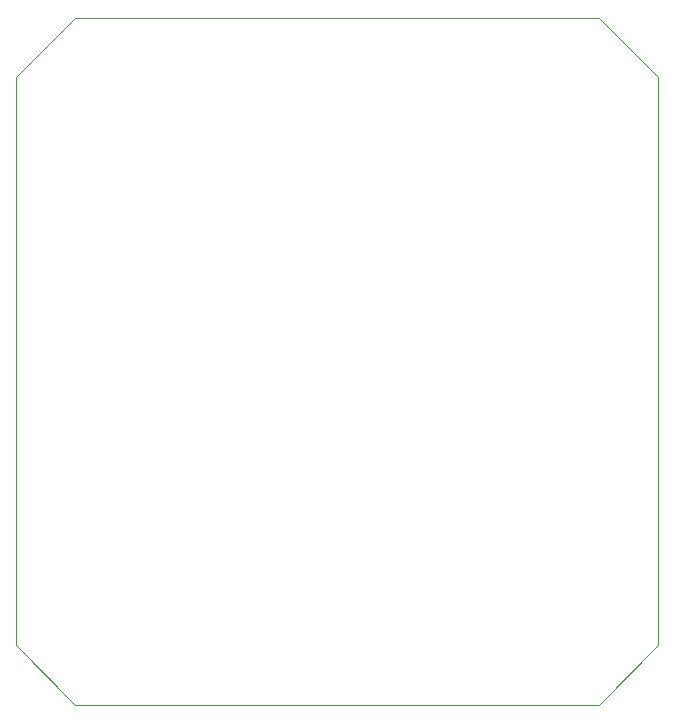
<source format=gbr>
%TF.GenerationSoftware,KiCad,Pcbnew,8.0.9*%
%TF.CreationDate,2025-09-02T19:01:46-04:00*%
%TF.ProjectId,Flight Controlelr,466c6967-6874-4204-936f-6e74726f6c65,rev?*%
%TF.SameCoordinates,Original*%
%TF.FileFunction,Profile,NP*%
%FSLAX46Y46*%
G04 Gerber Fmt 4.6, Leading zero omitted, Abs format (unit mm)*
G04 Created by KiCad (PCBNEW 8.0.9) date 2025-09-02 19:01:46*
%MOMM*%
%LPD*%
G01*
G04 APERTURE LIST*
%TA.AperFunction,Profile*%
%ADD10C,0.050000*%
%TD*%
G04 APERTURE END LIST*
D10*
X170028100Y-88417100D02*
X170028100Y-136583100D01*
X165028100Y-83417100D02*
X170028100Y-88417100D01*
X120672100Y-83417100D02*
X165028100Y-83417100D01*
X115672100Y-136583100D02*
X120672100Y-141583100D01*
X170028100Y-136583100D02*
X165028100Y-141583100D01*
X120672100Y-141583100D02*
X165028100Y-141583100D01*
X120672100Y-83417100D02*
X115672100Y-88417100D01*
X115672100Y-88417100D02*
X115672100Y-136583100D01*
M02*

</source>
